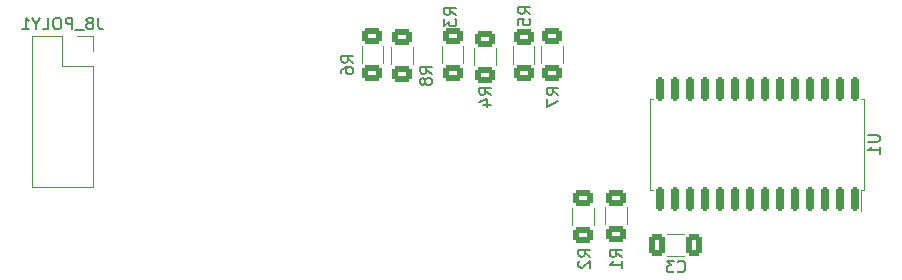
<source format=gbo>
%TF.GenerationSoftware,KiCad,Pcbnew,7.0.7*%
%TF.CreationDate,2024-03-19T10:01:59+01:00*%
%TF.ProjectId,Poly_UA_controller_5enc_5sw,506f6c79-5f55-4415-9f63-6f6e74726f6c,rev?*%
%TF.SameCoordinates,Original*%
%TF.FileFunction,Legend,Bot*%
%TF.FilePolarity,Positive*%
%FSLAX46Y46*%
G04 Gerber Fmt 4.6, Leading zero omitted, Abs format (unit mm)*
G04 Created by KiCad (PCBNEW 7.0.7) date 2024-03-19 10:01:59*
%MOMM*%
%LPD*%
G01*
G04 APERTURE LIST*
G04 Aperture macros list*
%AMRoundRect*
0 Rectangle with rounded corners*
0 $1 Rounding radius*
0 $2 $3 $4 $5 $6 $7 $8 $9 X,Y pos of 4 corners*
0 Add a 4 corners polygon primitive as box body*
4,1,4,$2,$3,$4,$5,$6,$7,$8,$9,$2,$3,0*
0 Add four circle primitives for the rounded corners*
1,1,$1+$1,$2,$3*
1,1,$1+$1,$4,$5*
1,1,$1+$1,$6,$7*
1,1,$1+$1,$8,$9*
0 Add four rect primitives between the rounded corners*
20,1,$1+$1,$2,$3,$4,$5,0*
20,1,$1+$1,$4,$5,$6,$7,0*
20,1,$1+$1,$6,$7,$8,$9,0*
20,1,$1+$1,$8,$9,$2,$3,0*%
G04 Aperture macros list end*
%ADD10C,0.150000*%
%ADD11C,0.120000*%
%ADD12RoundRect,0.250000X-0.625000X0.400000X-0.625000X-0.400000X0.625000X-0.400000X0.625000X0.400000X0*%
%ADD13RoundRect,0.250000X0.625000X-0.400000X0.625000X0.400000X-0.625000X0.400000X-0.625000X-0.400000X0*%
%ADD14R,1.700000X1.700000*%
%ADD15O,1.700000X1.700000*%
%ADD16R,2.000000X2.000000*%
%ADD17C,2.000000*%
%ADD18R,3.200000X2.000000*%
%ADD19RoundRect,0.150000X0.150000X-0.875000X0.150000X0.875000X-0.150000X0.875000X-0.150000X-0.875000X0*%
%ADD20RoundRect,0.250000X-0.412500X-0.650000X0.412500X-0.650000X0.412500X0.650000X-0.412500X0.650000X0*%
G04 APERTURE END LIST*
D10*
X164727619Y-15733733D02*
X164251428Y-15400400D01*
X164727619Y-15162305D02*
X163727619Y-15162305D01*
X163727619Y-15162305D02*
X163727619Y-15543257D01*
X163727619Y-15543257D02*
X163775238Y-15638495D01*
X163775238Y-15638495D02*
X163822857Y-15686114D01*
X163822857Y-15686114D02*
X163918095Y-15733733D01*
X163918095Y-15733733D02*
X164060952Y-15733733D01*
X164060952Y-15733733D02*
X164156190Y-15686114D01*
X164156190Y-15686114D02*
X164203809Y-15638495D01*
X164203809Y-15638495D02*
X164251428Y-15543257D01*
X164251428Y-15543257D02*
X164251428Y-15162305D01*
X163727619Y-16638495D02*
X163727619Y-16162305D01*
X163727619Y-16162305D02*
X164203809Y-16114686D01*
X164203809Y-16114686D02*
X164156190Y-16162305D01*
X164156190Y-16162305D02*
X164108571Y-16257543D01*
X164108571Y-16257543D02*
X164108571Y-16495638D01*
X164108571Y-16495638D02*
X164156190Y-16590876D01*
X164156190Y-16590876D02*
X164203809Y-16638495D01*
X164203809Y-16638495D02*
X164299047Y-16686114D01*
X164299047Y-16686114D02*
X164537142Y-16686114D01*
X164537142Y-16686114D02*
X164632380Y-16638495D01*
X164632380Y-16638495D02*
X164680000Y-16590876D01*
X164680000Y-16590876D02*
X164727619Y-16495638D01*
X164727619Y-16495638D02*
X164727619Y-16257543D01*
X164727619Y-16257543D02*
X164680000Y-16162305D01*
X164680000Y-16162305D02*
X164632380Y-16114686D01*
X156396419Y-20788333D02*
X155920228Y-20455000D01*
X156396419Y-20216905D02*
X155396419Y-20216905D01*
X155396419Y-20216905D02*
X155396419Y-20597857D01*
X155396419Y-20597857D02*
X155444038Y-20693095D01*
X155444038Y-20693095D02*
X155491657Y-20740714D01*
X155491657Y-20740714D02*
X155586895Y-20788333D01*
X155586895Y-20788333D02*
X155729752Y-20788333D01*
X155729752Y-20788333D02*
X155824990Y-20740714D01*
X155824990Y-20740714D02*
X155872609Y-20693095D01*
X155872609Y-20693095D02*
X155920228Y-20597857D01*
X155920228Y-20597857D02*
X155920228Y-20216905D01*
X155824990Y-21359762D02*
X155777371Y-21264524D01*
X155777371Y-21264524D02*
X155729752Y-21216905D01*
X155729752Y-21216905D02*
X155634514Y-21169286D01*
X155634514Y-21169286D02*
X155586895Y-21169286D01*
X155586895Y-21169286D02*
X155491657Y-21216905D01*
X155491657Y-21216905D02*
X155444038Y-21264524D01*
X155444038Y-21264524D02*
X155396419Y-21359762D01*
X155396419Y-21359762D02*
X155396419Y-21550238D01*
X155396419Y-21550238D02*
X155444038Y-21645476D01*
X155444038Y-21645476D02*
X155491657Y-21693095D01*
X155491657Y-21693095D02*
X155586895Y-21740714D01*
X155586895Y-21740714D02*
X155634514Y-21740714D01*
X155634514Y-21740714D02*
X155729752Y-21693095D01*
X155729752Y-21693095D02*
X155777371Y-21645476D01*
X155777371Y-21645476D02*
X155824990Y-21550238D01*
X155824990Y-21550238D02*
X155824990Y-21359762D01*
X155824990Y-21359762D02*
X155872609Y-21264524D01*
X155872609Y-21264524D02*
X155920228Y-21216905D01*
X155920228Y-21216905D02*
X156015466Y-21169286D01*
X156015466Y-21169286D02*
X156205942Y-21169286D01*
X156205942Y-21169286D02*
X156301180Y-21216905D01*
X156301180Y-21216905D02*
X156348800Y-21264524D01*
X156348800Y-21264524D02*
X156396419Y-21359762D01*
X156396419Y-21359762D02*
X156396419Y-21550238D01*
X156396419Y-21550238D02*
X156348800Y-21645476D01*
X156348800Y-21645476D02*
X156301180Y-21693095D01*
X156301180Y-21693095D02*
X156205942Y-21740714D01*
X156205942Y-21740714D02*
X156015466Y-21740714D01*
X156015466Y-21740714D02*
X155920228Y-21693095D01*
X155920228Y-21693095D02*
X155872609Y-21645476D01*
X155872609Y-21645476D02*
X155824990Y-21550238D01*
X167115219Y-22566333D02*
X166639028Y-22233000D01*
X167115219Y-21994905D02*
X166115219Y-21994905D01*
X166115219Y-21994905D02*
X166115219Y-22375857D01*
X166115219Y-22375857D02*
X166162838Y-22471095D01*
X166162838Y-22471095D02*
X166210457Y-22518714D01*
X166210457Y-22518714D02*
X166305695Y-22566333D01*
X166305695Y-22566333D02*
X166448552Y-22566333D01*
X166448552Y-22566333D02*
X166543790Y-22518714D01*
X166543790Y-22518714D02*
X166591409Y-22471095D01*
X166591409Y-22471095D02*
X166639028Y-22375857D01*
X166639028Y-22375857D02*
X166639028Y-21994905D01*
X166115219Y-22899667D02*
X166115219Y-23566333D01*
X166115219Y-23566333D02*
X167115219Y-23137762D01*
X149741619Y-19848533D02*
X149265428Y-19515200D01*
X149741619Y-19277105D02*
X148741619Y-19277105D01*
X148741619Y-19277105D02*
X148741619Y-19658057D01*
X148741619Y-19658057D02*
X148789238Y-19753295D01*
X148789238Y-19753295D02*
X148836857Y-19800914D01*
X148836857Y-19800914D02*
X148932095Y-19848533D01*
X148932095Y-19848533D02*
X149074952Y-19848533D01*
X149074952Y-19848533D02*
X149170190Y-19800914D01*
X149170190Y-19800914D02*
X149217809Y-19753295D01*
X149217809Y-19753295D02*
X149265428Y-19658057D01*
X149265428Y-19658057D02*
X149265428Y-19277105D01*
X148741619Y-20705676D02*
X148741619Y-20515200D01*
X148741619Y-20515200D02*
X148789238Y-20419962D01*
X148789238Y-20419962D02*
X148836857Y-20372343D01*
X148836857Y-20372343D02*
X148979714Y-20277105D01*
X148979714Y-20277105D02*
X149170190Y-20229486D01*
X149170190Y-20229486D02*
X149551142Y-20229486D01*
X149551142Y-20229486D02*
X149646380Y-20277105D01*
X149646380Y-20277105D02*
X149694000Y-20324724D01*
X149694000Y-20324724D02*
X149741619Y-20419962D01*
X149741619Y-20419962D02*
X149741619Y-20610438D01*
X149741619Y-20610438D02*
X149694000Y-20705676D01*
X149694000Y-20705676D02*
X149646380Y-20753295D01*
X149646380Y-20753295D02*
X149551142Y-20800914D01*
X149551142Y-20800914D02*
X149313047Y-20800914D01*
X149313047Y-20800914D02*
X149217809Y-20753295D01*
X149217809Y-20753295D02*
X149170190Y-20705676D01*
X149170190Y-20705676D02*
X149122571Y-20610438D01*
X149122571Y-20610438D02*
X149122571Y-20419962D01*
X149122571Y-20419962D02*
X149170190Y-20324724D01*
X149170190Y-20324724D02*
X149217809Y-20277105D01*
X149217809Y-20277105D02*
X149313047Y-20229486D01*
X161400219Y-22566333D02*
X160924028Y-22233000D01*
X161400219Y-21994905D02*
X160400219Y-21994905D01*
X160400219Y-21994905D02*
X160400219Y-22375857D01*
X160400219Y-22375857D02*
X160447838Y-22471095D01*
X160447838Y-22471095D02*
X160495457Y-22518714D01*
X160495457Y-22518714D02*
X160590695Y-22566333D01*
X160590695Y-22566333D02*
X160733552Y-22566333D01*
X160733552Y-22566333D02*
X160828790Y-22518714D01*
X160828790Y-22518714D02*
X160876409Y-22471095D01*
X160876409Y-22471095D02*
X160924028Y-22375857D01*
X160924028Y-22375857D02*
X160924028Y-21994905D01*
X160733552Y-23423476D02*
X161400219Y-23423476D01*
X160352600Y-23185381D02*
X161066885Y-22947286D01*
X161066885Y-22947286D02*
X161066885Y-23566333D01*
X158453819Y-15809933D02*
X157977628Y-15476600D01*
X158453819Y-15238505D02*
X157453819Y-15238505D01*
X157453819Y-15238505D02*
X157453819Y-15619457D01*
X157453819Y-15619457D02*
X157501438Y-15714695D01*
X157501438Y-15714695D02*
X157549057Y-15762314D01*
X157549057Y-15762314D02*
X157644295Y-15809933D01*
X157644295Y-15809933D02*
X157787152Y-15809933D01*
X157787152Y-15809933D02*
X157882390Y-15762314D01*
X157882390Y-15762314D02*
X157930009Y-15714695D01*
X157930009Y-15714695D02*
X157977628Y-15619457D01*
X157977628Y-15619457D02*
X157977628Y-15238505D01*
X157453819Y-16143267D02*
X157453819Y-16762314D01*
X157453819Y-16762314D02*
X157834771Y-16428981D01*
X157834771Y-16428981D02*
X157834771Y-16571838D01*
X157834771Y-16571838D02*
X157882390Y-16667076D01*
X157882390Y-16667076D02*
X157930009Y-16714695D01*
X157930009Y-16714695D02*
X158025247Y-16762314D01*
X158025247Y-16762314D02*
X158263342Y-16762314D01*
X158263342Y-16762314D02*
X158358580Y-16714695D01*
X158358580Y-16714695D02*
X158406200Y-16667076D01*
X158406200Y-16667076D02*
X158453819Y-16571838D01*
X158453819Y-16571838D02*
X158453819Y-16286124D01*
X158453819Y-16286124D02*
X158406200Y-16190886D01*
X158406200Y-16190886D02*
X158358580Y-16143267D01*
X128158619Y-16027419D02*
X128158619Y-16741704D01*
X128158619Y-16741704D02*
X128206238Y-16884561D01*
X128206238Y-16884561D02*
X128301476Y-16979800D01*
X128301476Y-16979800D02*
X128444333Y-17027419D01*
X128444333Y-17027419D02*
X128539571Y-17027419D01*
X127539571Y-16455990D02*
X127634809Y-16408371D01*
X127634809Y-16408371D02*
X127682428Y-16360752D01*
X127682428Y-16360752D02*
X127730047Y-16265514D01*
X127730047Y-16265514D02*
X127730047Y-16217895D01*
X127730047Y-16217895D02*
X127682428Y-16122657D01*
X127682428Y-16122657D02*
X127634809Y-16075038D01*
X127634809Y-16075038D02*
X127539571Y-16027419D01*
X127539571Y-16027419D02*
X127349095Y-16027419D01*
X127349095Y-16027419D02*
X127253857Y-16075038D01*
X127253857Y-16075038D02*
X127206238Y-16122657D01*
X127206238Y-16122657D02*
X127158619Y-16217895D01*
X127158619Y-16217895D02*
X127158619Y-16265514D01*
X127158619Y-16265514D02*
X127206238Y-16360752D01*
X127206238Y-16360752D02*
X127253857Y-16408371D01*
X127253857Y-16408371D02*
X127349095Y-16455990D01*
X127349095Y-16455990D02*
X127539571Y-16455990D01*
X127539571Y-16455990D02*
X127634809Y-16503609D01*
X127634809Y-16503609D02*
X127682428Y-16551228D01*
X127682428Y-16551228D02*
X127730047Y-16646466D01*
X127730047Y-16646466D02*
X127730047Y-16836942D01*
X127730047Y-16836942D02*
X127682428Y-16932180D01*
X127682428Y-16932180D02*
X127634809Y-16979800D01*
X127634809Y-16979800D02*
X127539571Y-17027419D01*
X127539571Y-17027419D02*
X127349095Y-17027419D01*
X127349095Y-17027419D02*
X127253857Y-16979800D01*
X127253857Y-16979800D02*
X127206238Y-16932180D01*
X127206238Y-16932180D02*
X127158619Y-16836942D01*
X127158619Y-16836942D02*
X127158619Y-16646466D01*
X127158619Y-16646466D02*
X127206238Y-16551228D01*
X127206238Y-16551228D02*
X127253857Y-16503609D01*
X127253857Y-16503609D02*
X127349095Y-16455990D01*
X126968143Y-17122657D02*
X126206238Y-17122657D01*
X125968142Y-17027419D02*
X125968142Y-16027419D01*
X125968142Y-16027419D02*
X125587190Y-16027419D01*
X125587190Y-16027419D02*
X125491952Y-16075038D01*
X125491952Y-16075038D02*
X125444333Y-16122657D01*
X125444333Y-16122657D02*
X125396714Y-16217895D01*
X125396714Y-16217895D02*
X125396714Y-16360752D01*
X125396714Y-16360752D02*
X125444333Y-16455990D01*
X125444333Y-16455990D02*
X125491952Y-16503609D01*
X125491952Y-16503609D02*
X125587190Y-16551228D01*
X125587190Y-16551228D02*
X125968142Y-16551228D01*
X124777666Y-16027419D02*
X124587190Y-16027419D01*
X124587190Y-16027419D02*
X124491952Y-16075038D01*
X124491952Y-16075038D02*
X124396714Y-16170276D01*
X124396714Y-16170276D02*
X124349095Y-16360752D01*
X124349095Y-16360752D02*
X124349095Y-16694085D01*
X124349095Y-16694085D02*
X124396714Y-16884561D01*
X124396714Y-16884561D02*
X124491952Y-16979800D01*
X124491952Y-16979800D02*
X124587190Y-17027419D01*
X124587190Y-17027419D02*
X124777666Y-17027419D01*
X124777666Y-17027419D02*
X124872904Y-16979800D01*
X124872904Y-16979800D02*
X124968142Y-16884561D01*
X124968142Y-16884561D02*
X125015761Y-16694085D01*
X125015761Y-16694085D02*
X125015761Y-16360752D01*
X125015761Y-16360752D02*
X124968142Y-16170276D01*
X124968142Y-16170276D02*
X124872904Y-16075038D01*
X124872904Y-16075038D02*
X124777666Y-16027419D01*
X123444333Y-17027419D02*
X123920523Y-17027419D01*
X123920523Y-17027419D02*
X123920523Y-16027419D01*
X122920523Y-16551228D02*
X122920523Y-17027419D01*
X123253856Y-16027419D02*
X122920523Y-16551228D01*
X122920523Y-16551228D02*
X122587190Y-16027419D01*
X121730047Y-17027419D02*
X122301475Y-17027419D01*
X122015761Y-17027419D02*
X122015761Y-16027419D01*
X122015761Y-16027419D02*
X122110999Y-16170276D01*
X122110999Y-16170276D02*
X122206237Y-16265514D01*
X122206237Y-16265514D02*
X122301475Y-16313133D01*
X193301619Y-25984295D02*
X194111142Y-25984295D01*
X194111142Y-25984295D02*
X194206380Y-26031914D01*
X194206380Y-26031914D02*
X194254000Y-26079533D01*
X194254000Y-26079533D02*
X194301619Y-26174771D01*
X194301619Y-26174771D02*
X194301619Y-26365247D01*
X194301619Y-26365247D02*
X194254000Y-26460485D01*
X194254000Y-26460485D02*
X194206380Y-26508104D01*
X194206380Y-26508104D02*
X194111142Y-26555723D01*
X194111142Y-26555723D02*
X193301619Y-26555723D01*
X194301619Y-27555723D02*
X194301619Y-26984295D01*
X194301619Y-27270009D02*
X193301619Y-27270009D01*
X193301619Y-27270009D02*
X193444476Y-27174771D01*
X193444476Y-27174771D02*
X193539714Y-27079533D01*
X193539714Y-27079533D02*
X193587333Y-26984295D01*
X177227966Y-37515580D02*
X177275585Y-37563200D01*
X177275585Y-37563200D02*
X177418442Y-37610819D01*
X177418442Y-37610819D02*
X177513680Y-37610819D01*
X177513680Y-37610819D02*
X177656537Y-37563200D01*
X177656537Y-37563200D02*
X177751775Y-37467961D01*
X177751775Y-37467961D02*
X177799394Y-37372723D01*
X177799394Y-37372723D02*
X177847013Y-37182247D01*
X177847013Y-37182247D02*
X177847013Y-37039390D01*
X177847013Y-37039390D02*
X177799394Y-36848914D01*
X177799394Y-36848914D02*
X177751775Y-36753676D01*
X177751775Y-36753676D02*
X177656537Y-36658438D01*
X177656537Y-36658438D02*
X177513680Y-36610819D01*
X177513680Y-36610819D02*
X177418442Y-36610819D01*
X177418442Y-36610819D02*
X177275585Y-36658438D01*
X177275585Y-36658438D02*
X177227966Y-36706057D01*
X176894632Y-36610819D02*
X176275585Y-36610819D01*
X176275585Y-36610819D02*
X176608918Y-36991771D01*
X176608918Y-36991771D02*
X176466061Y-36991771D01*
X176466061Y-36991771D02*
X176370823Y-37039390D01*
X176370823Y-37039390D02*
X176323204Y-37087009D01*
X176323204Y-37087009D02*
X176275585Y-37182247D01*
X176275585Y-37182247D02*
X176275585Y-37420342D01*
X176275585Y-37420342D02*
X176323204Y-37515580D01*
X176323204Y-37515580D02*
X176370823Y-37563200D01*
X176370823Y-37563200D02*
X176466061Y-37610819D01*
X176466061Y-37610819D02*
X176751775Y-37610819D01*
X176751775Y-37610819D02*
X176847013Y-37563200D01*
X176847013Y-37563200D02*
X176894632Y-37515580D01*
X172474619Y-36282333D02*
X171998428Y-35949000D01*
X172474619Y-35710905D02*
X171474619Y-35710905D01*
X171474619Y-35710905D02*
X171474619Y-36091857D01*
X171474619Y-36091857D02*
X171522238Y-36187095D01*
X171522238Y-36187095D02*
X171569857Y-36234714D01*
X171569857Y-36234714D02*
X171665095Y-36282333D01*
X171665095Y-36282333D02*
X171807952Y-36282333D01*
X171807952Y-36282333D02*
X171903190Y-36234714D01*
X171903190Y-36234714D02*
X171950809Y-36187095D01*
X171950809Y-36187095D02*
X171998428Y-36091857D01*
X171998428Y-36091857D02*
X171998428Y-35710905D01*
X172474619Y-37234714D02*
X172474619Y-36663286D01*
X172474619Y-36949000D02*
X171474619Y-36949000D01*
X171474619Y-36949000D02*
X171617476Y-36853762D01*
X171617476Y-36853762D02*
X171712714Y-36758524D01*
X171712714Y-36758524D02*
X171760333Y-36663286D01*
X169807619Y-36282333D02*
X169331428Y-35949000D01*
X169807619Y-35710905D02*
X168807619Y-35710905D01*
X168807619Y-35710905D02*
X168807619Y-36091857D01*
X168807619Y-36091857D02*
X168855238Y-36187095D01*
X168855238Y-36187095D02*
X168902857Y-36234714D01*
X168902857Y-36234714D02*
X168998095Y-36282333D01*
X168998095Y-36282333D02*
X169140952Y-36282333D01*
X169140952Y-36282333D02*
X169236190Y-36234714D01*
X169236190Y-36234714D02*
X169283809Y-36187095D01*
X169283809Y-36187095D02*
X169331428Y-36091857D01*
X169331428Y-36091857D02*
X169331428Y-35710905D01*
X168902857Y-36663286D02*
X168855238Y-36710905D01*
X168855238Y-36710905D02*
X168807619Y-36806143D01*
X168807619Y-36806143D02*
X168807619Y-37044238D01*
X168807619Y-37044238D02*
X168855238Y-37139476D01*
X168855238Y-37139476D02*
X168902857Y-37187095D01*
X168902857Y-37187095D02*
X168998095Y-37234714D01*
X168998095Y-37234714D02*
X169093333Y-37234714D01*
X169093333Y-37234714D02*
X169236190Y-37187095D01*
X169236190Y-37187095D02*
X169807619Y-36615667D01*
X169807619Y-36615667D02*
X169807619Y-37234714D01*
D11*
%TO.C,R5*%
X163261200Y-18475936D02*
X163261200Y-19930064D01*
X165081200Y-18475936D02*
X165081200Y-19930064D01*
%TO.C,R8*%
X152279600Y-19879264D02*
X152279600Y-18425136D01*
X150459600Y-19879264D02*
X150459600Y-18425136D01*
%TO.C,R7*%
X165648800Y-19904664D02*
X165648800Y-18450536D01*
X167468800Y-19904664D02*
X167468800Y-18450536D01*
%TO.C,R6*%
X152948800Y-18526736D02*
X152948800Y-19980864D01*
X154768800Y-18526736D02*
X154768800Y-19980864D01*
%TO.C,R4*%
X159061400Y-19879264D02*
X159061400Y-18425136D01*
X157241400Y-19879264D02*
X157241400Y-18425136D01*
%TO.C,R3*%
X160010000Y-18628336D02*
X160010000Y-20082464D01*
X161830000Y-18628336D02*
X161830000Y-20082464D01*
%TO.C,J8_POLY1*%
X127711000Y-18902600D02*
X127711000Y-17572600D01*
X127711000Y-20172600D02*
X127711000Y-30392600D01*
X125111000Y-17572600D02*
X122511000Y-17572600D01*
X127711000Y-20172600D02*
X125111000Y-20172600D01*
X127711000Y-17572600D02*
X126381000Y-17572600D01*
X125111000Y-20172600D02*
X125111000Y-17572600D01*
X127711000Y-30392600D02*
X122511000Y-30392600D01*
X122511000Y-17572600D02*
X122511000Y-30392600D01*
%TO.C,U1*%
X193006800Y-22886200D02*
X192761800Y-22886200D01*
X174886800Y-22886200D02*
X175131800Y-22886200D01*
X193006800Y-26746200D02*
X193006800Y-22886200D01*
X193006800Y-26746200D02*
X193006800Y-30606200D01*
X174886800Y-26746200D02*
X174886800Y-22886200D01*
X174886800Y-26746200D02*
X174886800Y-30606200D01*
X193006800Y-30606200D02*
X192761800Y-30606200D01*
X192761800Y-30606200D02*
X192761800Y-32421200D01*
X174886800Y-30606200D02*
X175131800Y-30606200D01*
%TO.C,C3*%
X176350048Y-34396000D02*
X177772552Y-34396000D01*
X176350048Y-36216000D02*
X177772552Y-36216000D01*
%TO.C,R1*%
X168290400Y-33595264D02*
X168290400Y-32141136D01*
X170110400Y-33595264D02*
X170110400Y-32141136D01*
%TO.C,R2*%
X172904400Y-32090336D02*
X172904400Y-33544464D01*
X171084400Y-32090336D02*
X171084400Y-33544464D01*
%TD*%
%LPC*%
D12*
%TO.C,R5*%
X164171200Y-17653000D03*
X164171200Y-20753000D03*
%TD*%
D13*
%TO.C,R8*%
X151369600Y-20702200D03*
X151369600Y-17602200D03*
%TD*%
%TO.C,R7*%
X166558800Y-17627600D03*
X166558800Y-20727600D03*
%TD*%
D12*
%TO.C,R6*%
X153858800Y-17703800D03*
X153858800Y-20803800D03*
%TD*%
D13*
%TO.C,R4*%
X158151400Y-20702200D03*
X158151400Y-17602200D03*
%TD*%
D12*
%TO.C,R3*%
X160920000Y-17805400D03*
X160920000Y-20905400D03*
%TD*%
D14*
%TO.C,J8_POLY1*%
X126381000Y-18902600D03*
D15*
X123841000Y-18902600D03*
X126381000Y-21442600D03*
X123841000Y-21442600D03*
X126381000Y-23982600D03*
X123841000Y-23982600D03*
X126381000Y-26522600D03*
X123841000Y-26522600D03*
X126381000Y-29062600D03*
X123841000Y-29062600D03*
%TD*%
D16*
%TO.C,SW3*%
X176097900Y-40400600D03*
D17*
X176097900Y-45400600D03*
X176097900Y-42900600D03*
D18*
X183597900Y-37300600D03*
X183597900Y-48500600D03*
D17*
X190597900Y-45400600D03*
X190597900Y-40400600D03*
%TD*%
D16*
%TO.C,SW2*%
X146576750Y-40400600D03*
D17*
X146576750Y-45400600D03*
X146576750Y-42900600D03*
D18*
X154076750Y-37300600D03*
X154076750Y-48500600D03*
D17*
X161076750Y-45400600D03*
X161076750Y-40400600D03*
%TD*%
D16*
%TO.C,SW5*%
X235140200Y-40400600D03*
D17*
X235140200Y-45400600D03*
X235140200Y-42900600D03*
D18*
X242640200Y-37300600D03*
X242640200Y-48500600D03*
D17*
X249640200Y-45400600D03*
X249640200Y-40400600D03*
%TD*%
D16*
%TO.C,SW1*%
X117055600Y-40400600D03*
D17*
X117055600Y-45400600D03*
X117055600Y-42900600D03*
D18*
X124555600Y-37300600D03*
X124555600Y-48500600D03*
D17*
X131555600Y-45400600D03*
X131555600Y-40400600D03*
%TD*%
D16*
%TO.C,SW4*%
X205619050Y-40400600D03*
D17*
X205619050Y-45400600D03*
X205619050Y-42900600D03*
D18*
X213119050Y-37300600D03*
X213119050Y-48500600D03*
D17*
X220119050Y-45400600D03*
X220119050Y-40400600D03*
%TD*%
D19*
%TO.C,U1*%
X192201800Y-22096200D03*
X190931800Y-22096200D03*
X189661800Y-22096200D03*
X188391800Y-22096200D03*
X187121800Y-22096200D03*
X185851800Y-22096200D03*
X184581800Y-22096200D03*
X183311800Y-22096200D03*
X182041800Y-22096200D03*
X180771800Y-22096200D03*
X179501800Y-22096200D03*
X178231800Y-22096200D03*
X176961800Y-22096200D03*
X175691800Y-22096200D03*
X175691800Y-31396200D03*
X176961800Y-31396200D03*
X178231800Y-31396200D03*
X179501800Y-31396200D03*
X180771800Y-31396200D03*
X182041800Y-31396200D03*
X183311800Y-31396200D03*
X184581800Y-31396200D03*
X185851800Y-31396200D03*
X187121800Y-31396200D03*
X188391800Y-31396200D03*
X189661800Y-31396200D03*
X190931800Y-31396200D03*
X192201800Y-31396200D03*
%TD*%
D20*
%TO.C,C3*%
X175498800Y-35306000D03*
X178623800Y-35306000D03*
%TD*%
D13*
%TO.C,R1*%
X169200400Y-34418200D03*
X169200400Y-31318200D03*
%TD*%
D12*
%TO.C,R2*%
X171994400Y-31267400D03*
X171994400Y-34367400D03*
%TD*%
%LPD*%
M02*

</source>
